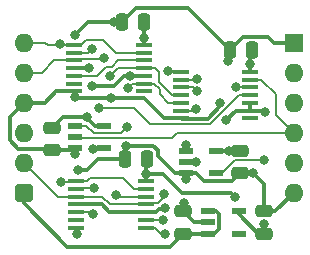
<source format=gtl>
%TF.GenerationSoftware,KiCad,Pcbnew,8.0.7*%
%TF.CreationDate,2025-01-07T15:42:00+02:00*%
%TF.ProjectId,Clock Transition,436c6f63-6b20-4547-9261-6e736974696f,V1*%
%TF.SameCoordinates,Original*%
%TF.FileFunction,Copper,L1,Top*%
%TF.FilePolarity,Positive*%
%FSLAX46Y46*%
G04 Gerber Fmt 4.6, Leading zero omitted, Abs format (unit mm)*
G04 Created by KiCad (PCBNEW 8.0.7) date 2025-01-07 15:42:00*
%MOMM*%
%LPD*%
G01*
G04 APERTURE LIST*
G04 Aperture macros list*
%AMRoundRect*
0 Rectangle with rounded corners*
0 $1 Rounding radius*
0 $2 $3 $4 $5 $6 $7 $8 $9 X,Y pos of 4 corners*
0 Add a 4 corners polygon primitive as box body*
4,1,4,$2,$3,$4,$5,$6,$7,$8,$9,$2,$3,0*
0 Add four circle primitives for the rounded corners*
1,1,$1+$1,$2,$3*
1,1,$1+$1,$4,$5*
1,1,$1+$1,$6,$7*
1,1,$1+$1,$8,$9*
0 Add four rect primitives between the rounded corners*
20,1,$1+$1,$2,$3,$4,$5,0*
20,1,$1+$1,$4,$5,$6,$7,0*
20,1,$1+$1,$6,$7,$8,$9,0*
20,1,$1+$1,$8,$9,$2,$3,0*%
G04 Aperture macros list end*
%TA.AperFunction,SMDPad,CuDef*%
%ADD10R,1.475000X0.450000*%
%TD*%
%TA.AperFunction,SMDPad,CuDef*%
%ADD11R,1.250000X0.600000*%
%TD*%
%TA.AperFunction,SMDPad,CuDef*%
%ADD12RoundRect,0.250000X0.250000X0.475000X-0.250000X0.475000X-0.250000X-0.475000X0.250000X-0.475000X0*%
%TD*%
%TA.AperFunction,SMDPad,CuDef*%
%ADD13RoundRect,0.250000X-0.475000X0.250000X-0.475000X-0.250000X0.475000X-0.250000X0.475000X0.250000X0*%
%TD*%
%TA.AperFunction,SMDPad,CuDef*%
%ADD14RoundRect,0.250000X0.475000X-0.250000X0.475000X0.250000X-0.475000X0.250000X-0.475000X-0.250000X0*%
%TD*%
%TA.AperFunction,SMDPad,CuDef*%
%ADD15R,1.150000X0.600000*%
%TD*%
%TA.AperFunction,ComponentPad*%
%ADD16O,1.600000X1.600000*%
%TD*%
%TA.AperFunction,ComponentPad*%
%ADD17RoundRect,0.400000X-0.400000X-0.400000X0.400000X-0.400000X0.400000X0.400000X-0.400000X0.400000X0*%
%TD*%
%TA.AperFunction,ComponentPad*%
%ADD18R,1.600000X1.600000*%
%TD*%
%TA.AperFunction,ViaPad*%
%ADD19C,0.800000*%
%TD*%
%TA.AperFunction,Conductor*%
%ADD20C,0.380000*%
%TD*%
%TA.AperFunction,Conductor*%
%ADD21C,0.200000*%
%TD*%
G04 APERTURE END LIST*
D10*
%TO.P,IC5,1,1A*%
%TO.N,Fast Clock*%
X13318000Y-2495000D03*
%TO.P,IC5,2,1B*%
%TO.N,/Clock1_{Q}*%
X13318000Y-3145000D03*
%TO.P,IC5,3,1Y*%
%TO.N,Net-(IC1-B)*%
X13318000Y-3795000D03*
%TO.P,IC5,4,2A*%
%TO.N,Slow Clock*%
X13318000Y-4445000D03*
%TO.P,IC5,5,2B*%
%TO.N,/Clock2_{Q}*%
X13318000Y-5095000D03*
%TO.P,IC5,6,2Y*%
%TO.N,Net-(IC1-A)*%
X13318000Y-5745000D03*
%TO.P,IC5,7,GND*%
%TO.N,GND*%
X13318000Y-6395000D03*
%TO.P,IC5,8,3Y*%
%TO.N,unconnected-(IC5C-3Y-Pad8)*%
X19194000Y-6395000D03*
%TO.P,IC5,9,3A*%
%TO.N,GND*%
X19194000Y-5745000D03*
%TO.P,IC5,10,3B*%
X19194000Y-5095000D03*
%TO.P,IC5,11,4Y*%
%TO.N,Net-(IC5D-4Y)*%
X19194000Y-4445000D03*
%TO.P,IC5,12,4A*%
%TO.N,/~{Clock1}_{Q}*%
X19194000Y-3795000D03*
%TO.P,IC5,13,4B*%
%TO.N,~{Select Fast}*%
X19194000Y-3145000D03*
%TO.P,IC5,14,3V*%
%TO.N,/3.3V*%
X19194000Y-2495000D03*
%TD*%
D11*
%TO.P,IC3,1,B*%
%TO.N,/Clock2_{Q}*%
X4338000Y-7051000D03*
%TO.P,IC3,2,A*%
%TO.N,~{Select Fast}*%
X4338000Y-8001000D03*
%TO.P,IC3,3,GND*%
%TO.N,GND*%
X4338000Y-8951000D03*
%TO.P,IC3,4,Y*%
%TO.N,Net-(IC3-Y)*%
X6838000Y-8951000D03*
%TO.P,IC3,5,3V*%
%TO.N,/3.3V*%
X6838000Y-7051000D03*
%TD*%
%TO.P,IC1,1,B*%
%TO.N,Net-(IC1-B)*%
X13756000Y-9149000D03*
%TO.P,IC1,2,A*%
%TO.N,Net-(IC1-A)*%
X13756000Y-10099000D03*
%TO.P,IC1,3,GND*%
%TO.N,GND*%
X13756000Y-11049000D03*
%TO.P,IC1,4,Y*%
%TO.N,Clock*%
X16256000Y-11049000D03*
%TO.P,IC1,5,3V*%
%TO.N,/3.3V*%
X16256000Y-9149000D03*
%TD*%
D12*
%TO.P,C1,1*%
%TO.N,/3.3V*%
X19349000Y-635000D03*
%TO.P,C1,2*%
%TO.N,GND*%
X17449000Y-635000D03*
%TD*%
%TO.P,C2,1*%
%TO.N,/3.3V*%
X10459000Y-9861000D03*
%TO.P,C2,2*%
%TO.N,GND*%
X8559000Y-9861000D03*
%TD*%
D13*
%TO.P,C6,1*%
%TO.N,/3.3V*%
X2413000Y-7194000D03*
%TO.P,C6,2*%
%TO.N,GND*%
X2413000Y-9094000D03*
%TD*%
D12*
%TO.P,C3,1*%
%TO.N,/3.3V*%
X10205000Y1733000D03*
%TO.P,C3,2*%
%TO.N,GND*%
X8305000Y1733000D03*
%TD*%
D14*
%TO.P,C43,1*%
%TO.N,5V*%
X13462000Y-16174000D03*
%TO.P,C43,2*%
%TO.N,GND*%
X13462000Y-14274000D03*
%TD*%
D15*
%TO.P,IC2,1,6VIn*%
%TO.N,5V*%
X15591000Y-14274000D03*
%TO.P,IC2,2,GND*%
%TO.N,GND*%
X15591000Y-15224000D03*
%TO.P,IC2,3,EN*%
%TO.N,5V*%
X15591000Y-16174000D03*
%TO.P,IC2,4,ADJ*%
%TO.N,unconnected-(IC2-ADJ-Pad4)*%
X18191000Y-16174000D03*
%TO.P,IC2,5,3.3VOut*%
%TO.N,/3.3V*%
X18191000Y-14274000D03*
%TD*%
D13*
%TO.P,C5,1*%
%TO.N,/3.3V*%
X18308000Y-9165000D03*
%TO.P,C5,2*%
%TO.N,GND*%
X18308000Y-11065000D03*
%TD*%
D10*
%TO.P,IC4,1,~{1RD}*%
%TO.N,~{Reset}*%
X4465060Y-11751000D03*
%TO.P,IC4,2,1D*%
%TO.N,Net-(IC3-Y)*%
X4465060Y-12401000D03*
%TO.P,IC4,3,1CP*%
%TO.N,Fast Clock*%
X4465060Y-13051000D03*
%TO.P,IC4,4,~{1SD}*%
%TO.N,/3.3V*%
X4465060Y-13701000D03*
%TO.P,IC4,5,1Q*%
%TO.N,Net-(IC4A-1Q)*%
X4465060Y-14351000D03*
%TO.P,IC4,6,~{1Q}*%
%TO.N,unconnected-(IC4A-~{1Q}-Pad6)*%
X4465060Y-15001000D03*
%TO.P,IC4,7,GND*%
%TO.N,GND*%
X4465060Y-15651000D03*
%TO.P,IC4,8,~{2Q}*%
%TO.N,/~{Clock1}_{Q}*%
X10341060Y-15651000D03*
%TO.P,IC4,9,2Q*%
%TO.N,/Clock1_{Q}*%
X10341060Y-15001000D03*
%TO.P,IC4,10,~{2SD}*%
%TO.N,/3.3V*%
X10341060Y-14351000D03*
%TO.P,IC4,11,2CP*%
%TO.N,Fast Clock*%
X10341060Y-13701000D03*
%TO.P,IC4,12,2D*%
%TO.N,Net-(IC4A-1Q)*%
X10341060Y-13051000D03*
%TO.P,IC4,13,~{2RD}*%
%TO.N,~{Reset}*%
X10341060Y-12401000D03*
%TO.P,IC4,14,3V*%
%TO.N,/3.3V*%
X10341060Y-11751000D03*
%TD*%
D14*
%TO.P,C44,1*%
%TO.N,/3.3V*%
X20320000Y-16174000D03*
%TO.P,C44,2*%
%TO.N,GND*%
X20320000Y-14274000D03*
%TD*%
D10*
%TO.P,IC7,1,~{1RD}*%
%TO.N,~{Reset}*%
X4301000Y-209000D03*
%TO.P,IC7,2,1D*%
%TO.N,Net-(IC5D-4Y)*%
X4301000Y-859000D03*
%TO.P,IC7,3,1CP*%
%TO.N,Slow Clock*%
X4301000Y-1509000D03*
%TO.P,IC7,4,~{1SD}*%
%TO.N,/3.3V*%
X4301000Y-2159000D03*
%TO.P,IC7,5,1Q*%
%TO.N,Net-(IC7A-1Q)*%
X4301000Y-2809000D03*
%TO.P,IC7,6,~{1Q}*%
%TO.N,unconnected-(IC7A-~{1Q}-Pad6)*%
X4301000Y-3459000D03*
%TO.P,IC7,7,GND*%
%TO.N,GND*%
X4301000Y-4109000D03*
%TO.P,IC7,8,~{2Q}*%
%TO.N,unconnected-(IC7B-~{2Q}-Pad8)*%
X10177000Y-4109000D03*
%TO.P,IC7,9,2Q*%
%TO.N,/Clock2_{Q}*%
X10177000Y-3459000D03*
%TO.P,IC7,10,~{2SD}*%
%TO.N,/3.3V*%
X10177000Y-2809000D03*
%TO.P,IC7,11,2CP*%
%TO.N,Slow Clock*%
X10177000Y-2159000D03*
%TO.P,IC7,12,2D*%
%TO.N,Net-(IC7A-1Q)*%
X10177000Y-1509000D03*
%TO.P,IC7,13,~{2RD}*%
%TO.N,~{Reset}*%
X10177000Y-859000D03*
%TO.P,IC7,14,3V*%
%TO.N,/3.3V*%
X10177000Y-209000D03*
%TD*%
D16*
%TO.P,J1,1,Pin_1*%
%TO.N,~{Reset}*%
X0Y0D03*
%TO.P,J1,2,Pin_2*%
%TO.N,Slow Clock*%
X0Y-2540000D03*
%TO.P,J1,3,Pin_3*%
%TO.N,GND*%
X0Y-5080000D03*
%TO.P,J1,4,Pin_4*%
%TO.N,unconnected-(J1-Pin_4-Pad4)*%
X0Y-7620000D03*
%TO.P,J1,5,Pin_5*%
%TO.N,Fast Clock*%
X0Y-10160000D03*
D17*
%TO.P,J1,6,Pin_6*%
%TO.N,5V*%
X0Y-12700000D03*
D16*
%TO.P,J1,7,Pin_7*%
%TO.N,GND*%
X22860000Y-12700000D03*
%TO.P,J1,8,Pin_8*%
%TO.N,unconnected-(J1-Pin_8-Pad8)*%
X22860000Y-10160000D03*
%TO.P,J1,9,Pin_9*%
%TO.N,~{Select Fast}*%
X22860000Y-7620000D03*
%TO.P,J1,10,Pin_10*%
%TO.N,unconnected-(J1-Pin_10-Pad10)*%
X22860000Y-5080000D03*
%TO.P,J1,11,Pin_11*%
%TO.N,Clock*%
X22860000Y-2540000D03*
D18*
%TO.P,J1,12,Pin_12*%
%TO.N,GND*%
X22860000Y0D03*
%TD*%
D19*
%TO.N,GND*%
X7366000Y-4699000D03*
X20424257Y-5827666D03*
X19447000Y-11065000D03*
X17272000Y-1524000D03*
X8636000Y-8763000D03*
X13716000Y-11557000D03*
X4318000Y-9398000D03*
X17155988Y-6548350D03*
X4609060Y-10750000D03*
X4482060Y-16211000D03*
X13588996Y-13589000D03*
X4318000Y-4572000D03*
X4321161Y616002D03*
X16637000Y-5080000D03*
X7683502Y1714498D03*
%TO.N,Clock*%
X20320000Y-9906000D03*
%TO.N,Net-(IC1-B)*%
X13716000Y-8636000D03*
X14670374Y-4096192D03*
%TO.N,Net-(IC1-A)*%
X14605000Y-5638000D03*
X14604998Y-10099000D03*
%TO.N,~{Reset}*%
X3175000Y-11766000D03*
X3048000Y-127000D03*
%TO.N,/Clock1_{Q}*%
X11801028Y-15044479D03*
X14660189Y-3050200D03*
%TO.N,/~{Clock1}_{Q}*%
X17974385Y-3727164D03*
X11938002Y-16220386D03*
%TO.N,/Clock2_{Q}*%
X8763000Y-7112000D03*
X8844866Y-3803922D03*
%TO.N,Fast Clock*%
X11856200Y-12844941D03*
X12225846Y-2436034D03*
%TO.N,Net-(IC4A-1Q)*%
X5873811Y-14541000D03*
X7796942Y-12921882D03*
%TO.N,Net-(IC3-Y)*%
X5842000Y-9017000D03*
X5969000Y-12319000D03*
%TO.N,Net-(IC5D-4Y)*%
X5802270Y-506725D03*
X6350000Y-5539000D03*
%TO.N,Slow Clock*%
X6840125Y-1317704D03*
X7315714Y-2799346D03*
%TO.N,/3.3V*%
X5378040Y-6317706D03*
X10160000Y381000D03*
X17906998Y-13081002D03*
X9015972Y-2808999D03*
X5531655Y-2111633D03*
X5761970Y-3685030D03*
X17365243Y-9144005D03*
X19177000Y-1778000D03*
X10324061Y-11131001D03*
X11989192Y-14011465D03*
X20320000Y-15374000D03*
%TD*%
D20*
%TO.N,GND*%
X4014000Y-9094000D02*
X4318000Y-9398000D01*
X8559000Y-9861000D02*
X8559000Y-8840000D01*
X4321161Y616002D02*
X5419657Y1714498D01*
X-1190000Y-8272915D02*
X-1190000Y-6270000D01*
X4469998Y-4723998D02*
X4318000Y-4572000D01*
X20320000Y-11938000D02*
X19447000Y-11065000D01*
X17634000Y-11739000D02*
X18308000Y-11065000D01*
X8305000Y1733000D02*
X7702004Y1733000D01*
X13756000Y-11049000D02*
X12827000Y-11049000D01*
X11349000Y-9113976D02*
X10981024Y-8746000D01*
X17959338Y-5745000D02*
X17155988Y-6548350D01*
X2749000Y-4109000D02*
X1778000Y-5080000D01*
X11856000Y-6395000D02*
X10184998Y-4723998D01*
X13756000Y-11517000D02*
X13716000Y-11557000D01*
X15591000Y-15224000D02*
X14412000Y-15224000D01*
X20424257Y-5827666D02*
X20341591Y-5745000D01*
X8653000Y-8746000D02*
X8636000Y-8763000D01*
X20701000Y480000D02*
X18564000Y480000D01*
X1778000Y-5080000D02*
X0Y-5080000D01*
X-492915Y-8970000D02*
X-1190000Y-8272915D01*
X11349000Y-9571000D02*
X11349000Y-9113976D01*
X13318000Y-6395000D02*
X11856000Y-6395000D01*
X13462000Y-13715996D02*
X13588996Y-13589000D01*
X20320000Y-14274000D02*
X20320000Y-11938000D01*
X21181000Y0D02*
X20701000Y480000D01*
X16637000Y-5378940D02*
X16637000Y-5080000D01*
X20341591Y-5745000D02*
X19194000Y-5745000D01*
X19194000Y-5745000D02*
X17959338Y-5745000D01*
X6260060Y-9861000D02*
X5371060Y-10750000D01*
X14412000Y-15224000D02*
X13462000Y-14274000D01*
X22860000Y0D02*
X21181000Y0D01*
X21286000Y-14274000D02*
X22860000Y-12700000D01*
X13756000Y-11049000D02*
X13756000Y-11517000D01*
X17272000Y-1524000D02*
X17272000Y-712000D01*
X8559000Y-8840000D02*
X8636000Y-8763000D01*
X19447000Y-11065000D02*
X18308000Y-11065000D01*
X12827000Y-11049000D02*
X11349000Y-9571000D01*
X10184998Y-4723998D02*
X4469998Y-4723998D01*
X4482060Y-16211000D02*
X4482060Y-15668000D01*
X9493000Y2921000D02*
X8305000Y1733000D01*
X13893000Y2921000D02*
X9493000Y2921000D01*
X17449000Y-635000D02*
X13893000Y2921000D01*
X13393000Y-6428000D02*
X15587940Y-6428000D01*
X4318000Y-4126000D02*
X4318000Y-4572000D01*
X7702004Y1733000D02*
X7683502Y1714498D01*
X10981024Y-8746000D02*
X8653000Y-8746000D01*
X15587940Y-6428000D02*
X16637000Y-5378940D01*
X14606000Y-11049000D02*
X15296000Y-11739000D01*
X5371060Y-10750000D02*
X4609060Y-10750000D01*
X15296000Y-11739000D02*
X17634000Y-11739000D01*
X20320000Y-14274000D02*
X21286000Y-14274000D01*
X19194000Y-5745000D02*
X19194000Y-5095000D01*
X5419657Y1714498D02*
X7683502Y1714498D01*
X4301000Y-4109000D02*
X2749000Y-4109000D01*
X2289000Y-8970000D02*
X-492915Y-8970000D01*
X8559000Y-9861000D02*
X6260060Y-9861000D01*
X-1190000Y-6270000D02*
X0Y-5080000D01*
X13756000Y-11049000D02*
X14606000Y-11049000D01*
X2413000Y-9094000D02*
X4014000Y-9094000D01*
X18564000Y480000D02*
X17449000Y-635000D01*
X13462000Y-14274000D02*
X13462000Y-13715996D01*
%TO.N,5V*%
X16130000Y-16174000D02*
X15591000Y-16174000D01*
X15591000Y-14274000D02*
X16296000Y-14274000D01*
X16556000Y-15748000D02*
X16130000Y-16174000D01*
X15591000Y-16174000D02*
X13462000Y-16174000D01*
X3683000Y-17272000D02*
X12364000Y-17272000D01*
X16296000Y-14274000D02*
X16556000Y-14534000D01*
X0Y-12700000D02*
X0Y-13589000D01*
X0Y-13589000D02*
X3683000Y-17272000D01*
X16556000Y-14534000D02*
X16556000Y-15748000D01*
X12364000Y-17272000D02*
X13462000Y-16174000D01*
D21*
%TO.N,Clock*%
X16764000Y-11049000D02*
X17848000Y-9965000D01*
X17848000Y-9965000D02*
X20261000Y-9965000D01*
X20261000Y-9965000D02*
X20320000Y-9906000D01*
%TO.N,Net-(IC1-B)*%
X13756000Y-8676000D02*
X13716000Y-8636000D01*
X13756000Y-9149000D02*
X13756000Y-8676000D01*
X13318000Y-3795000D02*
X14369182Y-3795000D01*
X14369182Y-3795000D02*
X14670374Y-4096192D01*
%TO.N,Net-(IC1-A)*%
X14498000Y-5745000D02*
X13318000Y-5745000D01*
X14605000Y-5638000D02*
X14498000Y-5745000D01*
X13756000Y-10099000D02*
X14604998Y-10099000D01*
%TO.N,~{Reset}*%
X2966000Y-209000D02*
X3048000Y-127000D01*
X8394473Y-11476000D02*
X9319473Y-12401000D01*
X2032000Y-209000D02*
X2966000Y-209000D01*
X0Y0D02*
X1823000Y0D01*
X4813500Y-209000D02*
X5238500Y216000D01*
X7807792Y-859000D02*
X10177000Y-859000D01*
X3048000Y-127000D02*
X3130000Y-209000D01*
X5625060Y-11476000D02*
X8394473Y-11476000D01*
X4450060Y-11766000D02*
X3175000Y-11766000D01*
X6732792Y216000D02*
X7807792Y-859000D01*
X9319473Y-12401000D02*
X10341060Y-12401000D01*
X5238500Y216000D02*
X6732792Y216000D01*
X4465060Y-11751000D02*
X5350060Y-11751000D01*
X5350060Y-11751000D02*
X5625060Y-11476000D01*
X1823000Y0D02*
X2032000Y-209000D01*
X3130000Y-209000D02*
X4301000Y-209000D01*
%TO.N,/Clock1_{Q}*%
X11757549Y-15001000D02*
X11801028Y-15044479D01*
X10341060Y-15001000D02*
X11757549Y-15001000D01*
X13318000Y-3145000D02*
X14565389Y-3145000D01*
X14565389Y-3145000D02*
X14660189Y-3050200D01*
%TO.N,/~{Clock1}_{Q}*%
X11648386Y-16220386D02*
X11938002Y-16220386D01*
X19194000Y-3795000D02*
X18042221Y-3795000D01*
X18042221Y-3795000D02*
X17974385Y-3727164D01*
X11079000Y-15651000D02*
X11648386Y-16220386D01*
X10341060Y-15651000D02*
X11079000Y-15651000D01*
%TO.N,/Clock2_{Q}*%
X11513094Y-4375044D02*
X11513094Y-3950780D01*
X5913000Y-7651000D02*
X8224000Y-7651000D01*
X5313000Y-7051000D02*
X5913000Y-7651000D01*
X11021314Y-3459000D02*
X10177000Y-3459000D01*
X11513094Y-4375044D02*
X12233050Y-5095000D01*
X9139789Y-3508999D02*
X10127001Y-3508999D01*
X12233050Y-5095000D02*
X13318000Y-5095000D01*
X11513094Y-3950780D02*
X11021314Y-3459000D01*
X4338000Y-7051000D02*
X5313000Y-7051000D01*
X8844866Y-3803922D02*
X9139789Y-3508999D01*
X8224000Y-7651000D02*
X8763000Y-7112000D01*
%TO.N,Fast Clock*%
X12225846Y-2436034D02*
X12284812Y-2495000D01*
X2891000Y-13051000D02*
X4465060Y-13051000D01*
X6656060Y-13051000D02*
X7306060Y-13701000D01*
X0Y-10160000D02*
X2891000Y-13051000D01*
X10466060Y-13576000D02*
X11378560Y-13576000D01*
X7306060Y-13701000D02*
X10341060Y-13701000D01*
X4465060Y-13051000D02*
X6656060Y-13051000D01*
X11856200Y-13098360D02*
X11856200Y-12844941D01*
X12284812Y-2495000D02*
X13318000Y-2495000D01*
X11378560Y-13576000D02*
X11856200Y-13098360D01*
%TO.N,Net-(IC4A-1Q)*%
X4465060Y-14351000D02*
X5683811Y-14351000D01*
X7926060Y-13051000D02*
X7796942Y-12921882D01*
X5683811Y-14351000D02*
X5873811Y-14541000D01*
X10341060Y-13051000D02*
X7926060Y-13051000D01*
%TO.N,Net-(IC3-Y)*%
X5908000Y-8951000D02*
X5842000Y-9017000D01*
X6838000Y-8951000D02*
X5908000Y-8951000D01*
X5969000Y-12319000D02*
X4547060Y-12319000D01*
%TO.N,Net-(IC5D-4Y)*%
X4301000Y-859000D02*
X5449995Y-859000D01*
X18263904Y-4445000D02*
X15788904Y-6920000D01*
X10730000Y-6920000D02*
X9349000Y-5539000D01*
X9349000Y-5539000D02*
X6350000Y-5539000D01*
X15788904Y-6920000D02*
X10730000Y-6920000D01*
X5449995Y-859000D02*
X5802270Y-506725D01*
X19194000Y-4445000D02*
X18263904Y-4445000D01*
%TO.N,Slow Clock*%
X11114500Y-2159000D02*
X11430000Y-2474500D01*
X11430000Y-3302000D02*
X12573000Y-4445000D01*
X12573000Y-4445000D02*
X13318000Y-4445000D01*
X1524000Y-2540000D02*
X2555000Y-1509000D01*
X2555000Y-1509000D02*
X4301000Y-1509000D01*
X10126999Y-2108999D02*
X8006061Y-2108999D01*
X4413000Y-1397000D02*
X6760829Y-1397000D01*
X10177000Y-2159000D02*
X11114500Y-2159000D01*
X11430000Y-2474500D02*
X11430000Y-3302000D01*
X0Y-2540000D02*
X1524000Y-2540000D01*
X6760829Y-1397000D02*
X6840125Y-1317704D01*
X8006061Y-2108999D02*
X7315714Y-2799346D01*
%TO.N,Net-(IC7A-1Q)*%
X7005053Y-2049346D02*
X7475654Y-2049346D01*
X7475654Y-2049346D02*
X8016000Y-1509000D01*
X4353633Y-2861633D02*
X6192766Y-2861633D01*
X6192766Y-2861633D02*
X7005053Y-2049346D01*
X8016000Y-1509000D02*
X10177000Y-1509000D01*
D20*
%TO.N,/3.3V*%
X17386238Y-9165000D02*
X17365243Y-9144005D01*
X8494001Y-2808999D02*
X7617970Y-3685030D01*
X7617970Y-3685030D02*
X5761970Y-3685030D01*
X10341060Y-11148000D02*
X10324061Y-11131001D01*
X10177000Y-209000D02*
X10177000Y364000D01*
X19194000Y-1761000D02*
X19194000Y-734000D01*
X10324061Y-9995939D02*
X10324061Y-11131001D01*
X11224773Y-14351000D02*
X11471303Y-14104470D01*
X9015972Y-2808999D02*
X8494001Y-2808999D01*
X19194000Y-1795000D02*
X19177000Y-1778000D01*
X18308000Y-9165000D02*
X17386238Y-9165000D01*
X19177000Y-1778000D02*
X19194000Y-1761000D01*
X7239000Y-14351000D02*
X10341060Y-14351000D01*
X4465060Y-13701000D02*
X6589000Y-13701000D01*
X4301000Y-2159000D02*
X5484288Y-2159000D01*
X11471303Y-14104470D02*
X11896187Y-14104470D01*
X3289294Y-6317706D02*
X2413000Y-7194000D01*
X20320000Y-16174000D02*
X20320000Y-15374000D01*
X18191000Y-14526000D02*
X18191000Y-14274000D01*
X10160000Y381000D02*
X10160000Y1634000D01*
X11896187Y-14104470D02*
X11989192Y-14011465D01*
X5378040Y-6317706D02*
X3289294Y-6317706D01*
X5378040Y-6317706D02*
X5378040Y-6394040D01*
X10341060Y-11751000D02*
X10341060Y-11148000D01*
X10324061Y-11131001D02*
X11766001Y-11131001D01*
X9015973Y-2809000D02*
X10177000Y-2809000D01*
X9015972Y-2808999D02*
X9015973Y-2809000D01*
X10177000Y364000D02*
X10160000Y381000D01*
X19839000Y-16174000D02*
X18191000Y-14526000D01*
X17365238Y-9144000D02*
X17365243Y-9144005D01*
X11766001Y-11131001D02*
X13398490Y-12763490D01*
X5484288Y-2159000D02*
X5531655Y-2111633D01*
X5378040Y-6394040D02*
X6035000Y-7051000D01*
X10341060Y-14351000D02*
X11224773Y-14351000D01*
X6035000Y-7051000D02*
X6838000Y-7051000D01*
X17589486Y-12763490D02*
X17906998Y-13081002D01*
X16261000Y-9144000D02*
X17365238Y-9144000D01*
X19194000Y-2495000D02*
X19194000Y-1795000D01*
X13398490Y-12763490D02*
X17589486Y-12763490D01*
X6589000Y-13701000D02*
X7239000Y-14351000D01*
D21*
%TO.N,~{Select Fast}*%
X4388000Y-8051000D02*
X12523000Y-8051000D01*
X21336000Y-6096000D02*
X22860000Y-7620000D01*
X12523000Y-8051000D02*
X12954000Y-7620000D01*
X19194000Y-3145000D02*
X20131500Y-3145000D01*
X12954000Y-7620000D02*
X22860000Y-7620000D01*
X21336000Y-4349500D02*
X21336000Y-6096000D01*
X20131500Y-3145000D02*
X21336000Y-4349500D01*
%TD*%
M02*

</source>
